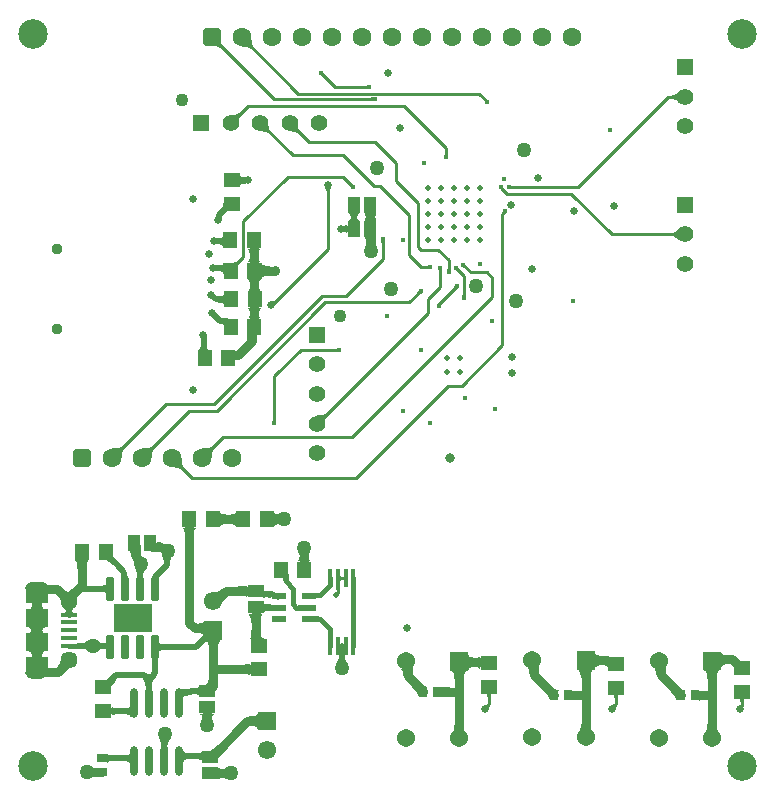
<source format=gbl>
%FSLAX23Y23*%
%MOIN*%
%SFA1B1*%

%IPPOS*%
%AMD63*
4,1,8,0.015700,0.031500,-0.015700,0.031500,-0.031500,0.015700,-0.031500,-0.015700,-0.015700,-0.031500,0.015700,-0.031500,0.031500,-0.015700,0.031500,0.015700,0.015700,0.031500,0.0*
1,1,0.031500,0.015700,0.015700*
1,1,0.031500,-0.015700,0.015700*
1,1,0.031500,-0.015700,-0.015700*
1,1,0.031500,0.015700,-0.015700*
%
%AMD78*
4,1,8,0.011800,-0.035800,0.011800,0.035800,0.008900,0.038800,-0.008900,0.038800,-0.011800,0.035800,-0.011800,-0.035800,-0.008900,-0.038800,0.008900,-0.038800,0.011800,-0.035800,0.0*
1,1,0.005900,0.008900,-0.035800*
1,1,0.005900,0.008900,0.035800*
1,1,0.005900,-0.008900,0.035800*
1,1,0.005900,-0.008900,-0.035800*
%
%AMD82*
4,1,8,-0.007900,0.028700,-0.007900,-0.028700,-0.005900,-0.030700,0.005900,-0.030700,0.007900,-0.028700,0.007900,0.028700,0.005900,0.030700,-0.005900,0.030700,-0.007900,0.028700,0.0*
1,1,0.003940,-0.005900,0.028700*
1,1,0.003940,-0.005900,-0.028700*
1,1,0.003940,0.005900,-0.028700*
1,1,0.003940,0.005900,0.028700*
%
%ADD13C,0.010000*%
%ADD16R,0.047240X0.057090*%
%ADD17R,0.043310X0.053150*%
%ADD19R,0.029530X0.035430*%
%ADD21R,0.053150X0.043310*%
%ADD31R,0.035430X0.029530*%
%ADD32R,0.057090X0.047240*%
%ADD49C,0.060630*%
%ADD50R,0.060630X0.060630*%
%ADD51R,0.055120X0.055120*%
%ADD52C,0.055120*%
%ADD53C,0.043310*%
%ADD55R,0.055120X0.055120*%
%ADD56R,0.061020X0.061020*%
%ADD57C,0.061020*%
%ADD60C,0.030000*%
%ADD61C,0.020000*%
%ADD62C,0.062990*%
G04~CAMADD=63~8~0.0~0.0~629.9~629.9~157.5~0.0~15~0.0~0.0~0.0~0.0~0~0.0~0.0~0.0~0.0~0~0.0~0.0~0.0~0.0~629.9~629.9*
%ADD63D63*%
%ADD64C,0.057090*%
%ADD65C,0.037400*%
%ADD66C,0.098430*%
%ADD67C,0.017720*%
%ADD68C,0.025000*%
%ADD69C,0.019680*%
%ADD70C,0.050000*%
%ADD71C,0.031500*%
%ADD75C,0.019680*%
%ADD76R,0.074800X0.059060*%
%ADD77R,0.053150X0.015750*%
G04~CAMADD=78~8~0.0~0.0~775.6~236.2~29.5~0.0~15~0.0~0.0~0.0~0.0~0~0.0~0.0~0.0~0.0~0~0.0~0.0~0.0~270.0~236.0~776.0*
%ADD78D78*%
%ADD79R,0.130000X0.095000*%
%ADD80O,0.027560X0.098430*%
%ADD81R,0.047240X0.021650*%
G04~CAMADD=82~8~0.0~0.0~614.2~157.5~19.7~0.0~15~0.0~0.0~0.0~0.0~0~0.0~0.0~0.0~0.0~0~0.0~0.0~0.0~90.0~158.0~614.0*
%ADD82D82*%
%ADD83C,0.015000*%
%LNmtb_telemetry_system_pcb-1*%
%LPD*%
G36*
X4523Y4419D02*
X4523Y4418D01*
X4523Y4417*
X4523Y4416*
X4523Y4414*
X4524Y4413*
X4525Y4412*
X4526Y4410*
X4528Y4408*
X4529Y4407*
X4522Y4400*
X4521Y4401*
X4517Y4404*
X4516Y4405*
X4515Y4406*
X4513Y4406*
X4512Y4406*
X4511Y4406*
X4510Y4406*
X4510Y4405*
X4524Y4419*
X4523Y4419*
G37*
G36*
X4624Y4432D02*
X4625Y4423D01*
X4625Y4420*
X4626Y4416*
X4627Y4413*
X4628Y4411*
X4629Y4408*
X4630Y4406*
X4631Y4405*
X4624Y4398*
X4623Y4399*
X4621Y4400*
X4618Y4401*
X4616Y4402*
X4613Y4403*
X4609Y4404*
X4606Y4404*
X4597Y4405*
X4593Y4405*
X4624Y4436*
X4624Y4432*
G37*
G36*
X4864Y4316D02*
X4865Y4316D01*
X4865Y4315*
X4865Y4315*
X4865Y4314*
X4866Y4314*
X4867Y4312*
X4868Y4311*
X4861Y4304*
X4860Y4305*
X4858Y4306*
X4858Y4307*
X4857Y4307*
X4857Y4307*
X4856Y4308*
X4856Y4308*
X4856Y4308*
X4864Y4316*
X4864Y4316*
G37*
G36*
X5008Y4263D02*
X5008Y4264D01*
X5008Y4264*
X5007Y4264*
X5007Y4264*
X5006Y4264*
X5005Y4264*
X5004Y4264*
X5002Y4265*
Y4275*
X5003Y4275*
X5005Y4275*
X5006Y4275*
X5007Y4275*
X5007Y4275*
X5008Y4275*
X5008Y4275*
X5008Y4276*
Y4263*
G37*
G36*
X5029Y4224D02*
X5029Y4225D01*
X5029Y4225*
X5028Y4225*
X5028Y4225*
X5027Y4225*
X5026Y4225*
X5025Y4225*
X5023Y4226*
Y4236*
X5024Y4236*
X5026Y4236*
X5027Y4236*
X5028Y4236*
X5028Y4236*
X5029Y4236*
X5029Y4236*
X5029Y4237*
Y4224*
G37*
G36*
X5405Y4233D02*
X5408Y4231D01*
X5408Y4231*
X5408Y4230*
X5409Y4230*
X5409Y4230*
X5399Y4223*
X5399Y4223*
X5399Y4224*
X5399Y4224*
X5398Y4225*
X5398Y4225*
X5398Y4226*
X5397Y4227*
X5396Y4228*
X5396Y4229*
X5404Y4234*
X5405Y4233*
G37*
G36*
X6050Y4219D02*
X6047Y4221D01*
X6042Y4226*
X6039Y4228*
X6037Y4229*
X6034Y4231*
X6032Y4232*
X6030Y4232*
X6028Y4233*
X6026Y4233*
Y4243*
X6028Y4243*
X6030Y4244*
X6032Y4244*
X6034Y4245*
X6037Y4247*
X6039Y4248*
X6042Y4250*
X6044Y4252*
X6050Y4257*
Y4219*
G37*
G36*
X4589Y4178D02*
X4588Y4176D01*
X4587Y4174*
X4586Y4172*
X4585Y4170*
X4584Y4168*
X4584Y4165*
X4583Y4162*
X4583Y4158*
X4583Y4151*
X4555Y4178*
X4559Y4178*
X4566Y4179*
X4569Y4179*
X4572Y4180*
X4575Y4180*
X4577Y4181*
X4579Y4182*
X4581Y4184*
X4582Y4185*
X4589Y4178*
G37*
G36*
X4780Y4146D02*
X4780Y4139D01*
X4780Y4136*
X4781Y4133*
X4782Y4131*
X4783Y4129*
X4784Y4127*
X4785Y4125*
X4786Y4123*
X4779Y4116*
X4778Y4117*
X4776Y4119*
X4774Y4120*
X4772Y4121*
X4769Y4121*
X4766Y4122*
X4763Y4122*
X4760Y4123*
X4752Y4123*
X4779Y4150*
X4780Y4146*
G37*
G36*
X4681D02*
X4682Y4139D01*
X4682Y4136*
X4683Y4133*
X4683Y4131*
X4684Y4129*
X4685Y4127*
X4687Y4125*
X4688Y4123*
X4681Y4116*
X4679Y4117*
X4677Y4119*
X4675Y4120*
X4673Y4121*
X4671Y4121*
X4668Y4122*
X4665Y4122*
X4661Y4123*
X4654Y4123*
X4681Y4150*
X4681Y4146*
G37*
G36*
X5279Y4047D02*
X5279Y4045D01*
X5279Y4044*
X5279Y4043*
X5279Y4043*
X5279Y4042*
X5279Y4042*
X5280Y4042*
X5267*
X5268Y4042*
X5268Y4042*
X5268Y4043*
X5268Y4043*
X5268Y4044*
X5268Y4045*
X5268Y4046*
X5269Y4048*
X5279*
X5279Y4047*
G37*
G36*
X4586Y3978D02*
X4587Y3976D01*
X4588Y3974*
X4589Y3973*
X4591Y3972*
X4593Y3971*
X4596Y3970*
X4599Y3970*
X4602Y3970*
X4606Y3970*
Y3950*
X4602Y3949*
X4599Y3949*
X4596Y3949*
X4593Y3948*
X4591Y3947*
X4589Y3946*
X4588Y3945*
X4587Y3943*
X4586Y3941*
X4586Y3940*
Y3980*
X4586Y3978*
G37*
G36*
X4959Y3949D02*
X4961Y3948D01*
X4961Y3947*
X4962Y3947*
X4962Y3947*
X4963Y3946*
X4963Y3946*
X4963Y3946*
X4955Y3938*
X4955Y3938*
X4955Y3938*
X4954Y3939*
X4954Y3939*
X4954Y3940*
X4953Y3940*
X4952Y3941*
X4951Y3943*
X4958Y3950*
X4959Y3949*
G37*
G36*
X5489Y3942D02*
X5490Y3942D01*
X5490Y3942*
X5491Y3942*
X5491Y3942*
X5493Y3942*
X5494Y3942*
X5495Y3942*
X5497Y3932*
X5496Y3931*
X5493Y3931*
X5493Y3931*
X5492Y3931*
X5492Y3931*
X5491Y3931*
X5491Y3930*
X5490Y3930*
X5489Y3942*
X5489Y3942*
G37*
G36*
X4888Y3933D02*
X4887Y3932D01*
X4886Y3931*
X4886Y3930*
X4885Y3929*
X4885Y3928*
X4885Y3927*
X4885Y3926*
X4885Y3925*
X4885Y3924*
X4875*
X4874Y3925*
X4874Y3926*
X4874Y3927*
X4874Y3928*
X4874Y3929*
X4873Y3930*
X4873Y3931*
X4872Y3932*
X4871Y3933*
X4871Y3934*
X4888*
X4888Y3933*
G37*
G36*
X5464Y3934D02*
X5464Y3933D01*
X5464Y3933*
X5465Y3933*
X5465Y3932*
X5465Y3931*
X5466Y3931*
X5467Y3930*
X5468Y3929*
X5459Y3923*
X5458Y3924*
X5455Y3926*
X5455Y3927*
X5455Y3927*
X5454Y3927*
X5454Y3927*
X5464Y3934*
X5464Y3934*
G37*
G36*
X4557Y3858D02*
X4556Y3859D01*
X4554Y3859*
X4552*
X4549Y3859*
X4547Y3858*
X4544Y3856*
X4541Y3854*
X4537Y3851*
X4529Y3843*
X4515Y3858*
X4519Y3862*
X4525Y3869*
X4527Y3872*
X4529Y3875*
X4530Y3878*
X4531Y3880*
Y3883*
X4530Y3884*
X4529Y3886*
X4557Y3858*
G37*
G36*
X4984Y3851D02*
X4982Y3850D01*
X4981Y3849*
X4980Y3848*
X4978Y3846*
X4978Y3844*
X4977Y3841*
X4976Y3838*
X4976Y3838*
X4976Y3838*
X4977Y3835*
X4978Y3832*
X4978Y3830*
X4980Y3828*
X4981Y3827*
X4982Y3826*
X4984Y3825*
X4986Y3825*
X4946*
X4948Y3825*
X4950Y3826*
X4951Y3827*
X4952Y3828*
X4953Y3830*
X4954Y3832*
X4955Y3835*
X4956Y3838*
X4956Y3838*
X4956Y3838*
X4955Y3841*
X4954Y3844*
X4953Y3846*
X4952Y3848*
X4951Y3849*
X4950Y3850*
X4948Y3851*
X4946Y3851*
X4986*
X4984Y3851*
G37*
G36*
X5036Y3851D02*
X5043D01*
X5041Y3851*
X5040Y3850*
X5039Y3848*
X5038Y3846*
X5038Y3844*
X5037Y3840*
X5037Y3839*
X5037Y3836*
X5038Y3832*
X5038Y3830*
X5039Y3828*
X5040Y3826*
X5041Y3825*
X5043Y3825*
X5036*
X5036Y3821*
X5006*
X5006Y3825*
X5000*
X5001Y3825*
X5002Y3826*
X5003Y3828*
X5004Y3830*
X5004Y3832*
X5005Y3836*
X5005Y3837*
X5005Y3840*
X5004Y3844*
X5004Y3846*
X5003Y3848*
X5002Y3850*
X5001Y3851*
X5000Y3851*
X5006*
X5006Y3855*
X5036*
X5036Y3851*
G37*
G36*
X4944Y3779D02*
X4944Y3780D01*
X4944Y3782*
X4943Y3784*
X4941Y3785*
X4939Y3786*
X4937Y3787*
X4935Y3788*
X4932Y3788*
X4928Y3788*
X4924Y3789*
Y3809*
X4928Y3809*
X4932Y3809*
X4935Y3809*
X4937Y3810*
X4939Y3811*
X4941Y3812*
X4943Y3813*
X4944Y3815*
X4944Y3817*
X4944Y3819*
Y3779*
G37*
G36*
X6049Y3760D02*
X6046Y3763D01*
X6041Y3768*
X6039Y3769*
X6036Y3771*
X6034Y3772*
X6032Y3773*
X6029Y3774*
X6027Y3774*
X6025Y3775*
Y3785*
X6027Y3785*
X6029Y3785*
X6032Y3786*
X6034Y3787*
X6036Y3788*
X6039Y3790*
X6041Y3792*
X6044Y3794*
X6049Y3799*
Y3760*
G37*
G36*
X5067Y3756D02*
X5067Y3756D01*
X5067Y3755*
X5067Y3755*
X5067Y3754*
X5067Y3753*
X5067Y3752*
X5067Y3750*
X5057*
X5056Y3751*
X5056Y3753*
X5056Y3754*
X5056Y3755*
X5056Y3755*
X5056Y3756*
X5056Y3756*
X5055Y3756*
X5068*
X5067Y3756*
G37*
G36*
X5041Y3772D02*
X5041Y3771D01*
X5040Y3769*
X5039Y3767*
X5038Y3765*
X5038Y3761*
X5037Y3757*
X5037Y3753*
X5037Y3747*
X5038Y3746*
X5038Y3744*
X5039Y3743*
X5039Y3742*
X5039Y3742*
X5004Y3741*
X5005Y3741*
X5005Y3742*
X5006Y3743*
X5006Y3745*
X5006Y3746*
X5007Y3750*
X5006Y3761*
X5005Y3765*
X5004Y3767*
X5003Y3769*
X5002Y3771*
X5001Y3772*
X5000Y3772*
X5043*
X5041Y3772*
G37*
G36*
X4531Y3736D02*
X4530Y3738D01*
X4530Y3740*
X4529Y3742*
X4527Y3743*
X4526Y3744*
X4523Y3745*
X4521Y3746*
X4518Y3746*
X4514Y3746*
X4511Y3746*
Y3766*
X4514Y3767*
X4518Y3767*
X4521Y3767*
X4523Y3768*
X4526Y3769*
X4527Y3770*
X4529Y3771*
X4530Y3773*
X4530Y3775*
X4531Y3776*
Y3736*
G37*
G36*
X4655Y3731D02*
X4653Y3730D01*
X4652Y3728*
X4651Y3726*
X4650Y3724*
X4650Y3720*
X4649Y3716*
X4649Y3712*
X4649Y3709*
X4649Y3702*
X4650Y3698*
X4651Y3694*
X4652Y3692*
X4653Y3690*
X4654Y3688*
X4656Y3687*
X4657Y3687*
X4610*
X4612Y3687*
X4613Y3688*
X4614Y3690*
X4615Y3692*
X4616Y3694*
X4617Y3698*
X4618Y3702*
X4618Y3706*
X4618Y3709*
X4618Y3716*
X4617Y3720*
X4616Y3724*
X4615Y3726*
X4614Y3728*
X4613Y3730*
X4611Y3731*
X4609Y3731*
X4656*
X4655Y3731*
G37*
G36*
X4586Y3687D02*
X4584Y3685D01*
X4581Y3681*
X4579Y3680*
X4579Y3678*
X4578Y3677*
X4578Y3676*
X4578Y3674*
X4578Y3674*
X4579Y3673*
X4564Y3687*
X4565Y3686*
X4566Y3686*
X4567Y3686*
X4568Y3686*
X4570Y3687*
X4571Y3688*
X4573Y3689*
X4575Y3690*
X4579Y3694*
X4586Y3687*
G37*
G36*
X5338Y3679D02*
X5338Y3678D01*
X5338Y3678*
X5339Y3677*
X5339Y3677*
X5339Y3676*
X5340Y3675*
X5342Y3674*
X5335Y3667*
X5334Y3667*
X5332Y3669*
X5331Y3669*
X5331Y3670*
X5330Y3670*
X5330Y3670*
X5330Y3670*
X5329Y3670*
X5338Y3679*
X5338Y3679*
G37*
G36*
X5214Y3663D02*
X5214Y3664D01*
X5214Y3664*
X5213Y3664*
X5213Y3664*
X5212Y3664*
X5211Y3664*
X5210Y3664*
X5208Y3665*
Y3675*
X5209Y3675*
X5211Y3675*
X5212Y3675*
X5213Y3675*
X5213Y3675*
X5214Y3675*
X5214Y3675*
X5214Y3676*
Y3663*
G37*
G36*
X5288Y3664D02*
X5288Y3663D01*
X5288Y3660*
X5288Y3660*
X5288Y3659*
X5288Y3659*
X5288Y3658*
X5288Y3658*
X5276Y3659*
X5276Y3660*
X5277Y3660*
X5277Y3661*
X5277Y3661*
X5277Y3662*
X5277Y3662*
X5277Y3663*
X5277Y3665*
X5278Y3666*
X5288Y3664*
G37*
G36*
X5259Y3661D02*
X5259Y3661D01*
X5259Y3660*
X5259Y3660*
X5259Y3659*
X5259Y3658*
X5259Y3657*
X5259Y3655*
X5249*
X5248Y3656*
X5248Y3658*
X5248Y3659*
X5248Y3660*
X5248Y3660*
X5248Y3661*
X5248Y3661*
X5247Y3661*
X5260*
X5259Y3661*
G37*
G36*
X5315Y3666D02*
X5316Y3666D01*
X5316Y3665*
X5316Y3665*
X5316Y3664*
X5317Y3664*
X5318Y3662*
X5319Y3661*
X5312Y3654*
X5311Y3655*
X5309Y3656*
X5309Y3657*
X5308Y3657*
X5308Y3657*
X5307Y3658*
X5307Y3658*
X5307Y3658*
X5315Y3666*
X5315Y3666*
G37*
G36*
X4532Y3647D02*
X4531Y3649D01*
X4531Y3650*
X4530Y3652*
X4528Y3653*
X4527Y3654*
X4524Y3655*
X4522Y3656*
X4519Y3656*
X4515Y3657*
X4512Y3657*
Y3677*
X4515Y3677*
X4519Y3677*
X4522Y3678*
X4524Y3678*
X4527Y3679*
X4528Y3680*
X4530Y3682*
X4531Y3683*
X4531Y3685*
X4532Y3687*
Y3647*
G37*
G36*
X5311Y3599D02*
X5311Y3599D01*
X5310Y3599*
X5310Y3599*
X5309Y3598*
X5309Y3598*
X5308Y3598*
X5307Y3597*
X5306Y3596*
X5306Y3595*
X5299Y3603*
X5299Y3603*
X5301Y3605*
X5301Y3606*
X5302Y3606*
X5302Y3607*
X5302Y3607*
X5302Y3608*
X5302Y3608*
X5311Y3599*
G37*
G36*
X4658Y3684D02*
X4659Y3682D01*
X4660Y3680*
X4662Y3678*
X4665Y3677*
X4668Y3676*
X4672Y3675*
X4677Y3674*
X4682Y3674*
X4687Y3674*
Y3644*
X4682Y3643*
X4677Y3643*
X4672Y3642*
X4668Y3641*
X4665Y3640*
X4662Y3639*
X4660Y3637*
X4659Y3635*
X4658Y3633*
X4657Y3630*
X4656Y3630*
X4654Y3629*
X4653Y3627*
X4652Y3625*
X4651Y3623*
X4651Y3619*
X4650Y3615*
X4650Y3611*
X4650Y3606*
X4651Y3602*
X4652Y3598*
X4653Y3596*
X4654Y3594*
X4655Y3592*
X4657Y3591*
X4658Y3591*
X4611*
X4613Y3591*
X4614Y3592*
X4615Y3594*
X4616Y3596*
X4617Y3598*
X4618Y3602*
X4619Y3606*
X4619Y3610*
X4619Y3615*
X4618Y3619*
X4617Y3623*
X4616Y3625*
X4615Y3627*
X4614Y3629*
X4612Y3630*
X4610Y3630*
X4657*
Y3687*
X4658Y3684*
G37*
G36*
X5188Y3583D02*
X5188Y3583D01*
X5188Y3583*
X5187Y3582*
X5187Y3582*
X5186Y3582*
X5186Y3581*
X5184Y3580*
X5183Y3579*
X5176Y3586*
X5177Y3587*
X5178Y3589*
X5179Y3589*
X5179Y3590*
X5179Y3590*
X5180Y3591*
X5180Y3591*
X5180Y3591*
X5188Y3583*
G37*
G36*
X5337Y3578D02*
X5337Y3576D01*
X5337Y3575*
X5337Y3574*
X5337Y3574*
X5337Y3573*
X5337Y3573*
X5338Y3573*
X5325*
X5326Y3573*
X5326Y3573*
X5326Y3574*
X5326Y3574*
X5326Y3575*
X5326Y3576*
X5326Y3577*
X5327Y3579*
X5337*
X5337Y3578*
G37*
G36*
X4707Y3552D02*
X4706Y3551D01*
X4705Y3549*
X4704Y3548*
X4704Y3547*
X4703Y3546*
X4703Y3546*
X4702Y3545*
X4702Y3544*
X4702Y3543*
X4692Y3557*
X4693Y3557*
X4694Y3557*
X4695Y3557*
X4696Y3557*
X4697Y3557*
X4698Y3558*
X4699Y3558*
X4700Y3559*
X4700Y3560*
X4701Y3560*
X4707Y3552*
G37*
G36*
X5259Y3549D02*
X5258Y3548D01*
X5257Y3547*
X5257Y3546*
X5257Y3546*
X5256Y3545*
X5256Y3545*
X5256Y3544*
X5256Y3544*
X5256Y3544*
X5245Y3547*
X5251Y3555*
X5259Y3549*
G37*
G36*
X4533Y3543D02*
X4532Y3544D01*
X4532Y3546*
X4531Y3548*
X4529Y3549*
X4528Y3550*
X4525Y3551*
X4523Y3552*
X4520Y3552*
X4516Y3552*
X4513Y3553*
Y3573*
X4516Y3573*
X4520Y3573*
X4523Y3573*
X4525Y3574*
X4528Y3575*
X4529Y3576*
X4531Y3577*
X4532Y3579*
X4532Y3581*
X4533Y3583*
Y3543*
G37*
G36*
X4657Y3534D02*
X4655Y3533D01*
X4654Y3531*
X4653Y3529*
X4652Y3527*
X4651Y3523*
X4650Y3519*
X4650Y3517*
X4650Y3515*
X4651Y3511*
X4651Y3507*
X4652Y3505*
X4653Y3503*
X4654Y3501*
X4656Y3500*
X4657Y3500*
X4610*
X4612Y3500*
X4614Y3501*
X4615Y3503*
X4616Y3505*
X4617Y3507*
X4618Y3511*
X4619Y3515*
X4619Y3517*
X4619Y3519*
X4618Y3523*
X4617Y3527*
X4616Y3529*
X4615Y3531*
X4614Y3533*
X4613Y3534*
X4611Y3534*
X4658*
X4657Y3534*
G37*
G36*
X4532Y3500D02*
Y3478D01*
X4532Y3479*
X4531Y3479*
X4531Y3479*
X4530Y3479*
X4529Y3480*
X4527Y3480*
X4524Y3480*
X4520Y3480*
Y3500*
X4532Y3500*
G37*
G36*
X4643Y3443D02*
X4642Y3442D01*
X4642Y3442*
X4641Y3440*
X4641Y3439*
X4641Y3437*
X4640Y3432*
X4640Y3425*
X4610*
X4610Y3443*
X4643Y3443*
X4643Y3443*
G37*
G36*
X4475Y3410D02*
X4476Y3407D01*
X4476Y3404*
X4477Y3401*
X4478Y3399*
X4479Y3397*
X4480Y3396*
X4482Y3395*
X4483Y3394*
X4485Y3394*
X4445*
X4447Y3394*
X4449Y3395*
X4450Y3396*
X4452Y3397*
X4453Y3399*
X4454Y3401*
X4454Y3404*
X4455Y3407*
X4455Y3410*
X4455Y3414*
X4475*
X4475Y3410*
G37*
G36*
X4910Y3387D02*
X4910Y3388D01*
X4910Y3388*
X4909Y3388*
X4909Y3388*
X4908Y3388*
X4907Y3388*
X4906Y3388*
X4904Y3389*
Y3399*
X4905Y3399*
X4907Y3399*
X4908Y3399*
X4909Y3399*
X4909Y3399*
X4910Y3399*
X4910Y3399*
X4910Y3400*
Y3387*
G37*
G36*
X4706Y3162D02*
X4706Y3160D01*
X4706Y3159*
X4706Y3158*
X4706Y3158*
X4706Y3157*
X4706Y3157*
X4707Y3157*
X4694*
X4695Y3157*
X4695Y3157*
X4695Y3158*
X4695Y3158*
X4695Y3159*
X4695Y3160*
X4695Y3161*
X4696Y3163*
X4706*
X4706Y3162*
G37*
G36*
X4877Y3176D02*
X4876Y3174D01*
X4874Y3173*
X4873Y3171*
X4872Y3168*
X4872Y3166*
X4871Y3163*
X4871Y3160*
X4870Y3156*
X4870Y3149*
X4843Y3176*
X4847Y3176*
X4854Y3177*
X4857Y3177*
X4860Y3178*
X4862Y3179*
X4864Y3179*
X4866Y3181*
X4868Y3182*
X4870Y3183*
X4877Y3176*
G37*
G36*
X4499Y3066D02*
X4498Y3065D01*
X4497Y3063*
X4496Y3060*
X4495Y3058*
X4494Y3055*
X4493Y3051*
X4493Y3048*
X4492Y3039*
X4492Y3035*
X4461Y3066*
X4465Y3066*
X4474Y3067*
X4477Y3067*
X4481Y3068*
X4484Y3069*
X4486Y3070*
X4489Y3071*
X4491Y3072*
X4492Y3073*
X4499Y3066*
G37*
G36*
X4299D02*
X4298Y3065D01*
X4297Y3063*
X4296Y3060*
X4295Y3058*
X4294Y3055*
X4293Y3051*
X4293Y3048*
X4292Y3039*
X4292Y3035*
X4261Y3066*
X4265Y3066*
X4274Y3067*
X4277Y3067*
X4281Y3068*
X4284Y3069*
X4286Y3070*
X4289Y3071*
X4291Y3072*
X4292Y3073*
X4299Y3066*
G37*
G36*
X4199D02*
X4198Y3065D01*
X4197Y3063*
X4196Y3060*
X4195Y3058*
X4194Y3055*
X4193Y3051*
X4193Y3048*
X4192Y3039*
X4192Y3035*
X4161Y3066*
X4165Y3066*
X4174Y3067*
X4177Y3067*
X4181Y3068*
X4184Y3069*
X4186Y3070*
X4189Y3071*
X4191Y3072*
X4192Y3073*
X4199Y3066*
G37*
G36*
X4392Y3030D02*
X4393Y3021D01*
X4393Y3018*
X4394Y3014*
X4395Y3011*
X4396Y3009*
X4397Y3006*
X4398Y3004*
X4399Y3003*
X4392Y2996*
X4391Y2997*
X4389Y2998*
X4386Y2999*
X4384Y3000*
X4381Y3001*
X4377Y3002*
X4374Y3002*
X4365Y3003*
X4361Y3003*
X4392Y3034*
X4392Y3030*
G37*
G36*
X4574Y2803D02*
X4574Y2805D01*
X4573Y2807*
X4571Y2809*
X4569Y2811*
X4567Y2812*
X4564Y2813*
X4561Y2814*
X4556Y2815*
X4552Y2815*
X4547Y2815*
X4542Y2815*
X4537Y2815*
X4533Y2814*
X4529Y2813*
X4526Y2812*
X4524Y2811*
X4522Y2809*
X4521Y2807*
X4520Y2805*
X4519Y2803*
Y2857*
X4520Y2855*
X4521Y2853*
X4522Y2851*
X4524Y2850*
X4526Y2848*
X4529Y2847*
X4533Y2846*
X4537Y2846*
X4542Y2845*
X4547Y2845*
X4552Y2845*
X4556Y2846*
X4561Y2846*
X4564Y2847*
X4567Y2848*
X4569Y2850*
X4571Y2851*
X4573Y2853*
X4574Y2855*
X4574Y2857*
Y2803*
G37*
G36*
X4700Y2856D02*
X4701Y2854D01*
X4702Y2852*
X4704Y2850*
X4707Y2848*
X4710Y2847*
X4712Y2847*
X4712Y2847*
X4713Y2848*
X4713Y2848*
X4713Y2847*
X4714Y2846*
X4719Y2846*
X4724Y2845*
X4730Y2845*
Y2815*
X4724Y2815*
X4719Y2815*
X4716Y2814*
X4716Y2813*
X4716Y2814*
X4715Y2814*
X4715Y2814*
X4714Y2814*
X4710Y2813*
X4707Y2812*
X4704Y2810*
X4702Y2809*
X4701Y2807*
X4700Y2804*
X4700Y2802*
Y2815*
X4699Y2815*
X4696Y2845*
X4699Y2845*
X4700Y2845*
Y2859*
X4700Y2856*
G37*
G36*
X4439Y2801D02*
X4438Y2801D01*
X4437Y2799*
X4435Y2797*
X4434Y2794*
X4434Y2791*
X4433Y2787*
X4433Y2783*
X4432Y2772*
X4402*
X4402Y2777*
X4402Y2787*
X4401Y2791*
X4400Y2794*
X4399Y2797*
X4398Y2799*
X4397Y2801*
X4395Y2801*
X4394Y2802*
X4441*
X4439Y2801*
G37*
G36*
X4308Y2754D02*
X4309Y2754D01*
X4310Y2754*
X4311Y2754*
X4318Y2754*
X4324Y2754*
Y2724*
X4308Y2724*
X4308Y2754*
X4308Y2754*
G37*
G36*
X4253Y2724D02*
X4253Y2723D01*
X4253Y2723*
X4253Y2703*
X4223*
X4223Y2707*
X4223Y2714*
X4222Y2716*
X4222Y2719*
X4221Y2720*
X4221Y2722*
X4220Y2723*
X4219Y2724*
X4218Y2724*
X4253Y2724*
G37*
G36*
X4815Y2716D02*
X4817Y2716D01*
X4817Y2716*
X4817Y2715*
X4816Y2714*
X4816Y2712*
X4816Y2711*
X4816Y2709*
X4816Y2705*
X4817Y2701*
X4817Y2697*
X4818Y2695*
X4820Y2693*
X4821Y2691*
X4823Y2690*
X4824Y2690*
X4777*
X4779Y2690*
X4780Y2691*
X4781Y2693*
X4782Y2695*
X4783Y2697*
X4784Y2701*
X4784Y2705*
X4785Y2707*
X4785Y2710*
X4784Y2711*
X4784Y2713*
X4783Y2714*
X4783Y2715*
X4783Y2715*
X4785Y2715*
X4785Y2720*
X4815*
X4815Y2716*
G37*
G36*
X4360Y2702D02*
X4359Y2701D01*
X4357Y2700*
X4356Y2698*
X4355Y2696*
X4354Y2695*
X4353Y2693*
X4353Y2691*
X4352Y2688*
X4352Y2686*
X4352Y2683*
X4332Y2686*
X4332Y2689*
X4332Y2691*
X4332Y2694*
X4331Y2696*
X4331Y2698*
X4330Y2700*
X4329Y2702*
X4328Y2704*
X4327Y2706*
X4326Y2707*
X4360Y2702*
G37*
G36*
X4160Y2720D02*
X4160Y2718D01*
X4160Y2716*
X4160Y2713*
X4161Y2711*
X4163Y2708*
X4165Y2705*
X4168Y2701*
X4176Y2693*
X4161Y2679*
X4157Y2683*
X4150Y2689*
X4147Y2691*
X4144Y2693*
X4141Y2694*
X4139Y2695*
X4136Y2695*
X4135Y2694*
X4133Y2693*
X4161Y2721*
X4160Y2720*
G37*
G36*
X4081Y2693D02*
X4080Y2692D01*
X4078Y2690*
X4077Y2688*
X4076Y2686*
X4075Y2682*
X4075Y2678*
X4074Y2674*
X4074Y2663*
X4044*
X4044Y2669*
X4043Y2678*
X4043Y2682*
X4042Y2686*
X4041Y2688*
X4040Y2690*
X4039Y2692*
X4037Y2693*
X4036Y2693*
X4083*
X4081Y2693*
G37*
G36*
X4931Y2639D02*
X4931D01*
Y2629*
X4931Y2629*
Y2624*
X4931Y2624*
X4930Y2625*
X4930Y2626*
X4929Y2627*
X4928Y2627*
X4927Y2628*
X4926Y2628*
X4926*
X4926*
X4924Y2628*
X4923Y2627*
X4922Y2627*
X4922Y2626*
X4921Y2625*
X4921Y2624*
X4921Y2624*
Y2629*
X4921Y2629*
Y2639*
X4921*
Y2644*
X4921Y2643*
X4921Y2642*
X4922Y2641*
X4922Y2640*
X4923Y2640*
X4924Y2639*
X4926Y2639*
X4926Y2639*
X4926Y2639*
X4927Y2639*
X4928Y2640*
X4929Y2640*
X4930Y2641*
X4930Y2642*
X4931Y2643*
X4931Y2644*
Y2639*
G37*
G36*
X4271Y2663D02*
X4270Y2662D01*
X4268Y2660*
X4267Y2658*
X4266Y2656*
X4265Y2655*
X4265Y2652*
X4264Y2650*
X4264Y2648*
X4264Y2647*
X4264Y2636*
X4241*
X4241Y2637*
X4242Y2638*
X4242Y2639*
X4243Y2641*
X4243Y2646*
X4243Y2648*
X4243Y2649*
X4243Y2651*
X4242Y2653*
X4242Y2655*
X4241Y2657*
X4240Y2659*
X4239Y2661*
X4238Y2663*
X4236Y2664*
X4271Y2663*
G37*
G36*
X4211Y2650D02*
X4211Y2643D01*
X4211Y2642*
X4212Y2640*
X4212Y2639*
X4212Y2638*
X4213Y2637*
X4213Y2637*
X4191Y2636*
X4191Y2636*
X4191Y2636*
X4191Y2637*
X4191Y2652*
X4211*
X4211Y2650*
G37*
G36*
X4746Y2633D02*
X4746Y2623D01*
X4731*
X4731Y2625*
X4731Y2628*
X4730Y2629*
X4730Y2631*
X4730Y2632*
X4729Y2632*
X4729Y2633*
X4728Y2633*
X4728Y2633*
X4746Y2633*
G37*
G36*
X3928Y2609D02*
X3928Y2609D01*
X3928Y2608*
X3928Y2607*
Y2607*
X3928Y2606*
X3928Y2605*
X3928Y2604*
X3927Y2603*
X3927Y2603*
Y2610*
X3928Y2609*
G37*
G36*
X4920Y2603D02*
X4919Y2603D01*
X4919Y2602*
X4919Y2601*
X4918Y2600*
X4918Y2599*
X4918Y2598*
X4918Y2595*
X4918Y2593*
X4908*
X4908Y2595*
X4907Y2599*
X4907Y2600*
X4907Y2601*
X4907Y2602*
X4906Y2603*
X4906Y2603*
X4906Y2603*
X4920*
X4920Y2603*
G37*
G36*
X4895Y2603D02*
X4893Y2603D01*
X4892Y2602*
X4889Y2600*
X4887Y2599*
X4884Y2597*
X4881Y2594*
X4879Y2592*
X4869Y2603*
X4872Y2606*
X4876Y2611*
X4878Y2613*
X4879Y2616*
X4880Y2618*
X4880Y2620*
X4880Y2621*
X4880Y2623*
X4879Y2624*
X4895Y2603*
G37*
G36*
X4541Y2572D02*
X4539Y2570D01*
X4533Y2563*
X4532Y2561*
X4529Y2558*
X4528Y2556*
X4528Y2554*
X4527Y2553*
X4504Y2588*
X4506Y2588*
X4507Y2588*
X4509Y2589*
X4511Y2589*
X4513Y2590*
X4516Y2591*
X4518Y2593*
X4520Y2594*
X4522Y2596*
X4525Y2599*
X4541Y2572*
G37*
G36*
X4053Y2583D02*
X4051Y2580D01*
X4048Y2576*
X4046Y2574*
X4045Y2572*
X4044Y2570*
X4044Y2569*
X4043Y2567*
X4043Y2566*
X4043Y2564*
X4013Y2585*
X3987Y2560*
X3987Y2561*
X3986Y2563*
X3986Y2564*
X3985Y2566*
X3984Y2568*
X3983Y2570*
X3981Y2572*
X3978Y2576*
X3976Y2578*
X3998Y2599*
X4000Y2596*
X4004Y2593*
X4006Y2591*
X4008Y2590*
X4010Y2589*
X4011Y2588*
X4013Y2588*
X4013Y2588*
X4014Y2588*
X4016Y2589*
X4017Y2590*
X4021Y2593*
X4025Y2597*
X4027Y2599*
X4053Y2583*
G37*
G36*
X4141Y2579D02*
X4141Y2581D01*
X4140Y2583*
X4139Y2584*
X4138Y2585*
X4136Y2586*
X4134Y2587*
X4131Y2588*
X4128Y2589*
X4125Y2589*
X4121Y2589*
Y2609*
X4125Y2609*
X4128Y2609*
X4131Y2610*
X4134Y2611*
X4136Y2611*
X4138Y2613*
X4139Y2614*
X4140Y2615*
X4141Y2617*
X4141Y2619*
Y2579*
G37*
G36*
X4653Y2591D02*
X4653Y2591D01*
X4653Y2590*
X4653Y2590*
X4653Y2589*
X4654Y2589*
X4655Y2588*
X4655Y2588*
X4656Y2587*
X4641Y2573*
X4641Y2573*
X4639Y2575*
X4639Y2575*
X4639Y2575*
X4638Y2575*
X4638Y2576*
X4637Y2576*
X4637Y2576*
X4653Y2591*
X4653Y2591*
G37*
G36*
X4611Y2569D02*
X4611Y2570D01*
X4610Y2572*
X4609Y2572*
X4606Y2573*
X4604Y2574*
X4600Y2575*
X4597Y2575*
X4587Y2576*
X4581Y2576*
Y2606*
X4587Y2606*
X4600Y2607*
X4604Y2607*
X4606Y2608*
X4609Y2609*
X4610Y2610*
X4611Y2611*
X4611Y2612*
Y2569*
G37*
G36*
X4852Y2568D02*
X4850Y2568D01*
X4846Y2568*
X4845Y2568*
X4843Y2567*
X4842Y2567*
X4841Y2566*
X4841Y2565*
X4840Y2565*
X4840Y2564*
X4840Y2583*
X4841Y2583*
X4841Y2583*
X4852Y2583*
Y2568*
G37*
G36*
X4664Y2598D02*
X4665Y2596D01*
X4666Y2595*
X4667Y2594*
X4669Y2592*
X4671Y2592*
X4674Y2591*
X4677Y2590*
X4680Y2590*
X4684Y2590*
Y2589*
X4686Y2588*
X4688Y2588*
X4689Y2587*
X4690Y2586*
X4691Y2584*
X4691Y2583*
Y2562*
X4691Y2563*
X4690Y2565*
X4689Y2566*
X4688Y2567*
X4686Y2568*
X4684Y2569*
X4681Y2569*
X4678Y2570*
X4677Y2570*
X4664Y2569*
X4664Y2600*
X4664Y2598*
G37*
G36*
X3927Y2622D02*
Y2602D01*
X3927Y2603*
Y2602*
X3946*
Y2551*
X3924*
X3925Y2548*
X3925Y2544*
X3926Y2540*
X3928Y2536*
X3929Y2534*
X3931Y2532*
X3934Y2530*
X3936Y2529*
X3939Y2529*
X3879*
X3882Y2529*
X3884Y2530*
X3887Y2532*
X3889Y2534*
X3890Y2536*
X3892Y2540*
X3893Y2544*
X3893Y2548*
X3894Y2551*
X3872*
Y2602*
X3891*
Y2606*
X3885Y2604*
X3887Y2607*
X3890Y2610*
X3891Y2611*
Y2622*
X3927*
G37*
G36*
X4793Y2524D02*
X4793Y2525D01*
X4793Y2526*
X4792Y2526*
X4791Y2526*
X4790Y2527*
X4788Y2527*
X4786Y2527*
X4781Y2528*
X4778Y2528*
Y2543*
X4781Y2543*
X4788Y2543*
X4790Y2543*
X4791Y2544*
X4792Y2544*
X4793Y2545*
X4793Y2545*
X4793Y2546*
Y2524*
G37*
G36*
X4664Y2553D02*
X4665Y2552D01*
X4666Y2550*
X4667Y2549*
X4669Y2548*
X4671Y2547*
X4674Y2546*
X4677Y2546*
X4679Y2546*
X4691Y2546*
Y2524*
X4691Y2525*
X4690Y2525*
X4689Y2525*
X4688Y2525*
X4680Y2525*
X4677Y2525*
X4674Y2524*
X4671Y2524*
X4669Y2523*
X4667Y2522*
X4666Y2520*
X4665Y2519*
X4664Y2517*
X4664Y2515*
Y2555*
X4664Y2553*
G37*
G36*
X4025Y2547D02*
X4025Y2546D01*
X4024Y2544*
X4024Y2541*
X4024Y2538*
X4035*
X4033Y2536*
X4031Y2533*
X4029Y2531*
X4027Y2528*
X4026Y2526*
X4025Y2524*
X4025Y2523*
X4025Y2523*
X4025Y2521*
X4026Y2520*
X4028Y2520*
X4029Y2519*
X4030Y2519*
X4023*
X4023Y2519*
X4023Y2516*
X4023Y2514*
X4008*
X4008Y2516*
X4007Y2519*
X4007Y2519*
X4000*
X4002Y2519*
X4003Y2520*
X4004Y2520*
X4005Y2521*
X4006Y2523*
X4006Y2523*
X4006Y2524*
X4005Y2526*
X4003Y2528*
X4002Y2531*
X4000Y2533*
X3998Y2536*
X3995Y2538*
X4007*
X4006Y2544*
X4006Y2546*
X4005Y2547*
X4005Y2548*
X4026*
X4025Y2547*
G37*
G36*
X4841Y2508D02*
X4841Y2507D01*
X4842Y2507*
X4843Y2506*
X4844Y2506*
X4845Y2506*
X4847Y2506*
X4852Y2505*
X4854Y2505*
Y2490*
X4852Y2490*
X4845Y2490*
X4844Y2489*
X4843Y2489*
X4842Y2489*
X4841Y2488*
X4841Y2488*
X4840Y2487*
Y2508*
X4841Y2508*
G37*
G36*
X4662Y2514D02*
X4660Y2513D01*
X4658Y2511*
X4657Y2509*
X4656Y2507*
X4655Y2503*
X4654Y2499*
X4653Y2495*
X4653Y2490*
X4653Y2484*
X4623*
X4623Y2490*
X4622Y2499*
X4621Y2503*
X4620Y2507*
X4619Y2509*
X4617Y2511*
X4615Y2513*
X4613Y2514*
X4611Y2514*
X4664*
X4662Y2514*
G37*
G36*
X3924Y2474D02*
X3924Y2470D01*
X3939*
X3936Y2470*
X3934Y2469*
X3931Y2468*
X3929Y2465*
X3928Y2463*
X3927Y2460*
X3928Y2458*
X3929Y2455*
X3931Y2453*
X3934Y2451*
X3936Y2450*
X3939Y2450*
X3924*
X3924Y2446*
X3924Y2440*
X3894*
X3894Y2446*
X3893Y2450*
X3879*
X3882Y2450*
X3884Y2451*
X3887Y2453*
X3889Y2455*
X3890Y2458*
X3891Y2460*
X3890Y2463*
X3889Y2465*
X3887Y2468*
X3884Y2469*
X3882Y2470*
X3879Y2470*
X3893*
X3894Y2474*
X3894Y2480*
X3924*
X3924Y2474*
G37*
G36*
X4653Y2457D02*
X4653Y2452D01*
X4654Y2447*
X4655Y2443*
X4657Y2440*
X4658Y2437*
X4660Y2435*
X4662Y2434*
X4665Y2433*
X4668Y2432*
X4621*
X4621Y2433*
X4622Y2434*
X4622Y2435*
X4622Y2437*
X4623Y2447*
X4623Y2462*
X4653*
X4653Y2457*
G37*
G36*
X4078Y2414D02*
X4078Y2414D01*
Y2414*
X4078Y2414*
X4079Y2414*
X4081Y2414*
X4090Y2414*
Y2414*
X4094Y2414*
Y2404*
X4090Y2404*
Y2404*
X4090Y2404*
X4089Y2404*
X4088Y2404*
X4078Y2404*
Y2404*
X4078*
Y2391*
X4076Y2393*
X4074Y2395*
X4072Y2397*
X4070Y2398*
X4068Y2399*
X4065Y2400*
X4063Y2401*
X4061Y2401*
X4059Y2401*
X4057Y2401*
X4042Y2401*
Y2417*
X4042Y2417*
X4042Y2417*
X4044Y2417*
X4057Y2416*
X4059Y2417*
X4061Y2417*
X4063Y2417*
X4065Y2418*
X4068Y2419*
X4070Y2420*
X4072Y2421*
X4074Y2423*
X4076Y2425*
X4078Y2426*
Y2414*
G37*
G36*
X4467Y2458D02*
X4474Y2451D01*
X4482Y2460*
X4497Y2445*
X4497Y2445*
X4496Y2444*
X4494Y2442*
X4488Y2437*
X4495Y2430*
X4527*
X4525Y2429*
X4522Y2429*
X4520Y2427*
X4518Y2425*
X4516Y2422*
X4515Y2419*
X4514Y2415*
X4513Y2411*
X4513Y2405*
X4512Y2400*
X4482*
X4482Y2405*
X4482Y2411*
X4481Y2415*
X4480Y2419*
X4479Y2422*
X4477Y2425*
X4475Y2423*
X4467Y2416*
X4453Y2430*
X4457Y2434*
X4463Y2441*
X4465Y2444*
X4464Y2445*
X4462Y2447*
X4460Y2448*
X4456Y2450*
X4452Y2451*
X4448Y2451*
X4443Y2452*
X4437Y2452*
Y2482*
X4443Y2482*
X4452Y2483*
X4456Y2483*
X4460Y2484*
X4462Y2485*
X4464Y2486*
X4466Y2487*
X4467Y2489*
X4467Y2491*
X4467Y2458*
G37*
G36*
X4115Y2425D02*
X4117Y2423D01*
X4119Y2421*
X4121Y2420*
X4124Y2419*
X4126Y2418*
X4128Y2417*
X4130Y2417*
X4131Y2417*
X4131Y2417*
X4133Y2417*
X4135Y2418*
X4137Y2418*
X4138Y2419*
X4140Y2420*
X4140Y2421*
X4141Y2423*
X4141Y2424*
Y2394*
X4141Y2395*
X4140Y2397*
X4140Y2398*
X4138Y2399*
X4137Y2400*
X4135Y2400*
X4133Y2401*
X4131Y2401*
X4131Y2401*
X4130Y2401*
X4128Y2401*
X4126Y2400*
X4124Y2399*
X4121Y2398*
X4119Y2397*
X4117Y2395*
X4115Y2393*
X4113Y2391*
Y2426*
X4115Y2425*
G37*
G36*
X4314Y2422D02*
X4315Y2420D01*
X4316Y2419*
X4317Y2418*
X4319Y2417*
X4321Y2416*
X4324Y2415*
X4327Y2414*
X4330Y2414*
X4334Y2414*
Y2394*
X4330Y2394*
X4327Y2394*
X4324Y2393*
X4321Y2392*
X4319Y2392*
X4317Y2390*
X4316Y2389*
X4315Y2388*
X4314Y2386*
X4314Y2384*
Y2424*
X4314Y2422*
G37*
G36*
X4936Y2372D02*
X4936Y2370D01*
X4936Y2367*
X4936Y2365*
X4937Y2363*
X4938Y2361*
X4938Y2359*
X4939Y2357*
X4940Y2355*
X4942Y2354*
X4943Y2352*
X4908Y2352*
X4910Y2354*
X4911Y2356*
X4912Y2357*
X4913Y2359*
X4914Y2361*
X4914Y2363*
X4915Y2365*
X4915Y2368*
X4916Y2370*
X4916Y2372*
X4936Y2372*
G37*
G36*
X4314Y2367D02*
X4313Y2366D01*
X4313Y2364*
X4313Y2363*
X4313Y2356*
X4313Y2346*
X4293*
X4292Y2349*
X4292Y2366*
X4291Y2367*
X4291Y2367*
X4314*
X4314Y2367*
G37*
G36*
X6189Y2386D02*
X6190Y2384D01*
X6192Y2383*
X6194Y2381*
X6197Y2380*
X6200Y2379*
X6204Y2378*
X6208Y2378*
X6213Y2378*
X6219Y2378*
Y2348*
X6213Y2347*
X6208Y2347*
X6204Y2346*
X6200Y2345*
X6197Y2344*
X6194Y2342*
X6192Y2340*
X6190Y2338*
X6189Y2335*
X6189Y2333*
X6189Y2388*
X6189Y2386*
G37*
G36*
X5768Y2387D02*
X5769Y2384D01*
X5770Y2382*
X5773Y2380*
X5775Y2378*
X5779Y2377*
X5783Y2376*
X5787Y2375*
X5792Y2375*
X5798Y2375*
Y2345*
X5792Y2345*
X5787Y2344*
X5783Y2343*
X5779Y2342*
X5775Y2341*
X5773Y2339*
X5770Y2337*
X5769Y2335*
X5768Y2333*
X5768Y2330*
Y2390*
X5768Y2387*
G37*
G36*
X5347Y2380D02*
X5348Y2378D01*
X5349Y2376*
X5351Y2374*
X5354Y2372*
X5357Y2371*
X5361Y2370*
X5366Y2369*
X5368Y2369*
X5376Y2369*
X5380Y2370*
X5382Y2371*
X5384Y2371*
X5386Y2372*
X5387Y2373*
X5387Y2374*
Y2327*
X5387Y2329*
X5386Y2331*
X5384Y2333*
X5382Y2334*
X5380Y2336*
X5376Y2337*
X5372Y2337*
X5368Y2338*
X5367Y2338*
X5366Y2338*
X5361Y2337*
X5357Y2336*
X5354Y2335*
X5351Y2334*
X5349Y2332*
X5348Y2330*
X5347Y2328*
X5347Y2326*
X5347Y2383*
X5347Y2380*
G37*
G36*
X4017Y2333D02*
X4016Y2333D01*
X4015Y2333*
X4013Y2332*
X4011Y2331*
X4010Y2330*
X4008Y2329*
X4004Y2325*
X4002Y2323*
X4000Y2321*
X3976Y2340*
X3978Y2343*
X3982Y2347*
X3983Y2349*
X3985Y2351*
X3985Y2353*
X3986Y2354*
X3987Y2356*
X3987Y2357*
X3987Y2359*
X4017Y2333*
G37*
G36*
X4306Y2305D02*
X4303Y2302D01*
X4301Y2299*
X4299Y2296*
X4297Y2292*
X4295Y2289*
X4294Y2286*
X4293Y2282*
X4292Y2278*
X4292Y2275*
X4292Y2269*
X4293Y2267*
X4294Y2263*
X4294Y2261*
X4295Y2259*
X4296Y2258*
X4270Y2255*
X4271Y2256*
X4271Y2257*
X4271Y2258*
X4272Y2264*
X4272Y2273*
X4272Y2274*
X4271Y2278*
X4271Y2282*
X4270Y2285*
X4269Y2289*
X4267Y2292*
X4266Y2295*
X4264Y2297*
X4262Y2300*
X4260Y2302*
X4274Y2317*
X4276Y2315*
X4277Y2314*
X4279Y2314*
X4281Y2314*
X4283Y2314*
X4285Y2315*
X4288Y2316*
X4290Y2318*
X4293Y2320*
X4295Y2323*
X4306Y2305*
G37*
G36*
X5584Y2341D02*
X5584Y2339D01*
X5583Y2338*
X5583Y2336*
X5582Y2334*
X5582Y2329*
X5581Y2323*
X5581Y2320*
X5551Y2313*
X5551Y2316*
X5551Y2322*
X5550Y2324*
X5550Y2327*
X5549Y2329*
X5548Y2330*
X5547Y2332*
X5546Y2333*
X5545Y2334*
X5585Y2342*
X5584Y2341*
G37*
G36*
X6004Y2337D02*
X6004Y2336D01*
X6004Y2335*
X6003Y2333*
X6003Y2329*
X6003Y2321*
X6003Y2318*
X5973Y2312*
X5973Y2315*
X5972Y2323*
X5972Y2325*
X5971Y2327*
X5971Y2328*
X5970Y2329*
X5969Y2330*
X5968Y2331*
X6005Y2338*
X6004Y2337*
G37*
G36*
X3936Y2391D02*
X3934Y2390D01*
X3931Y2389*
X3929Y2387*
X3928Y2384*
X3926Y2381*
X3925Y2377*
X3925Y2372*
X3924Y2370*
X3946*
Y2318*
X3927*
Y2317*
X3927Y2317*
X3928Y2315*
X3928Y2314*
X3928Y2314*
Y2313*
X3928Y2312*
X3928Y2312*
X3928Y2311*
X3927Y2311*
Y2317*
X3927Y2318*
Y2299*
X3891*
Y2310*
X3890Y2310*
X3889Y2312*
X3887Y2314*
X3885Y2316*
X3891Y2315*
Y2318*
X3872*
Y2370*
X3894*
X3893Y2372*
X3893Y2377*
X3892Y2381*
X3890Y2384*
X3889Y2387*
X3887Y2389*
X3884Y2390*
X3882Y2391*
X3879Y2391*
X3939*
X3936Y2391*
G37*
G36*
X5163Y2337D02*
X5163Y2336D01*
X5162Y2334*
X5162Y2332*
X5161Y2330*
X5161Y2325*
X5160Y2322*
X5160Y2316*
X5130Y2309*
X5130Y2312*
X5129Y2318*
X5129Y2320*
X5128Y2323*
X5127Y2325*
X5126Y2326*
X5125Y2328*
X5124Y2329*
X5123Y2330*
X5164Y2339*
X5163Y2337*
G37*
G36*
X4621Y2307D02*
X4621Y2308D01*
X4620Y2310*
X4618Y2311*
X4616Y2312*
X4614Y2313*
X4610Y2314*
X4606Y2314*
X4602Y2315*
X4591Y2315*
Y2345*
X4597Y2345*
X4606Y2346*
X4610Y2346*
X4614Y2347*
X4616Y2348*
X4618Y2349*
X4620Y2351*
X4621Y2352*
X4621Y2354*
Y2307*
G37*
G36*
X5765Y2329D02*
X5762Y2328D01*
X5760Y2327*
X5758Y2325*
X5756Y2322*
X5755Y2319*
X5754Y2315*
X5753Y2310*
X5753Y2305*
X5753Y2300*
X5723*
X5723Y2305*
X5722Y2310*
X5721Y2315*
X5720Y2319*
X5719Y2322*
X5717Y2325*
X5715Y2327*
X5713Y2328*
X5711Y2329*
X5708Y2330*
X5768*
X5765Y2329*
G37*
G36*
X6186Y2327D02*
X6184Y2326D01*
X6181Y2325*
X6179Y2323*
X6178Y2320*
X6176Y2317*
X6175Y2313*
X6175Y2308*
X6174Y2303*
X6174Y2298*
X6144*
X6144Y2303*
X6143Y2308*
X6143Y2313*
X6142Y2317*
X6140Y2320*
X6139Y2323*
X6137Y2325*
X6134Y2326*
X6132Y2327*
X6129Y2328*
X6189*
X6186Y2327*
G37*
G36*
X5344Y2325D02*
X5341Y2324D01*
X5339Y2323*
X5337Y2321*
X5335Y2318*
X5334Y2315*
X5333Y2311*
X5332Y2306*
X5332Y2301*
X5331Y2296*
X5301*
X5301Y2301*
X5301Y2306*
X5300Y2311*
X5299Y2315*
X5298Y2318*
X5296Y2321*
X5294Y2323*
X5292Y2324*
X5289Y2325*
X5286Y2326*
X5346*
X5344Y2325*
G37*
G36*
X4172Y2293D02*
X4168Y2289D01*
X4162Y2282*
X4160Y2279*
X4158Y2276*
X4157Y2273*
X4156Y2271*
X4156Y2268*
X4157Y2267*
X4158Y2265*
X4130Y2293*
X4131Y2292*
X4133Y2292*
X4135Y2292*
X4138Y2292*
X4140Y2293*
X4143Y2295*
X4146Y2297*
X4150Y2300*
X4158Y2308*
X4172Y2293*
G37*
G36*
X4503Y2279D02*
X4467Y2279D01*
X4470Y2279*
X4473Y2280*
X4475Y2282*
X4477Y2284*
X4479Y2287*
X4480Y2290*
X4481Y2294*
X4482Y2298*
X4482Y2304*
X4482Y2309*
X4512*
X4503Y2279*
G37*
G36*
X5425Y2249D02*
X5424Y2248D01*
X5423Y2248*
X5422Y2247*
X5422Y2246*
X5421Y2245*
X5421Y2244*
X5421Y2242*
X5421Y2241*
X5421Y2239*
X5411*
X5410Y2241*
X5410Y2242*
X5410Y2244*
X5410Y2245*
X5409Y2246*
X5409Y2247*
X5408Y2248*
X5407Y2248*
X5406Y2249*
X5406Y2249*
X5426*
X5425Y2249*
G37*
G36*
X4450Y2238D02*
X4450Y2240D01*
X4450Y2241*
X4449Y2243*
X4447Y2244*
X4445Y2245*
X4443Y2246*
X4441Y2247*
X4437Y2247*
X4434Y2248*
X4430Y2248*
Y2268*
X4434Y2268*
X4437Y2268*
X4441Y2269*
X4443Y2269*
X4445Y2270*
X4447Y2271*
X4449Y2273*
X4450Y2274*
X4450Y2276*
X4450Y2278*
Y2238*
G37*
G36*
X5257Y2272D02*
X5258Y2271D01*
X5259Y2271*
X5262Y2270*
X5264Y2270*
X5276Y2270*
X5287Y2270*
Y2240*
X5281Y2239*
X5259Y2238*
X5258Y2238*
X5257Y2237*
X5257Y2237*
Y2272*
X5257Y2272*
G37*
G36*
X5184Y2289D02*
X5198Y2277D01*
X5201Y2275*
X5203Y2274*
X5206Y2273*
X5208Y2272*
X5210Y2272*
X5180Y2237*
X5180Y2240*
X5179Y2243*
X5178Y2246*
X5177Y2249*
X5175Y2252*
X5173Y2256*
X5170Y2260*
X5163Y2267*
X5159Y2272*
X5180Y2293*
X5184Y2289*
G37*
G36*
X5849Y2244D02*
X5848Y2243D01*
X5847Y2243*
X5846Y2242*
X5846Y2241*
X5845Y2240*
X5845Y2239*
X5845Y2237*
X5845Y2236*
X5845Y2234*
X5835*
X5834Y2236*
X5834Y2237*
X5834Y2239*
X5834Y2240*
X5833Y2241*
X5833Y2242*
X5832Y2243*
X5831Y2243*
X5830Y2244*
X5830Y2244*
X5850*
X5849Y2244*
G37*
G36*
X4388Y2264D02*
X4390Y2264D01*
X4391Y2264*
X4396Y2263*
X4404Y2263*
X4411Y2263*
X4418Y2243*
X4413Y2243*
X4409Y2242*
X4406Y2242*
X4403Y2241*
X4401Y2240*
X4399Y2239*
X4398Y2238*
X4397Y2236*
X4397Y2235*
X4397Y2233*
X4387Y2265*
X4388Y2264*
G37*
G36*
X6117Y2260D02*
X6118Y2259D01*
X6119Y2259*
X6122Y2258*
X6124Y2258*
X6136Y2258*
X6147Y2258*
Y2228*
X6141Y2227*
X6119Y2226*
X6118Y2226*
X6117Y2225*
X6117Y2225*
Y2260*
X6117Y2260*
G37*
G36*
X6044Y2277D02*
X6058Y2265D01*
X6061Y2263*
X6063Y2262*
X6066Y2261*
X6068Y2260*
X6070Y2260*
X6040Y2225*
X6040Y2228*
X6039Y2231*
X6038Y2234*
X6037Y2237*
X6035Y2240*
X6033Y2244*
X6030Y2248*
X6023Y2255*
X6019Y2260*
X6040Y2281*
X6044Y2277*
G37*
G36*
X5696Y2260D02*
X5697Y2259D01*
X5698Y2259*
X5701Y2258*
X5703Y2258*
X5715Y2258*
X5726Y2258*
Y2228*
X5720Y2227*
X5698Y2226*
X5697Y2226*
X5696Y2225*
X5696Y2225*
Y2260*
X5696Y2260*
G37*
G36*
X5623Y2277D02*
X5637Y2265D01*
X5640Y2263*
X5642Y2262*
X5645Y2261*
X5647Y2260*
X5649Y2260*
X5619Y2225*
X5619Y2228*
X5618Y2231*
X5617Y2234*
X5616Y2237*
X5614Y2240*
X5612Y2244*
X5609Y2248*
X5602Y2255*
X5598Y2260*
X5619Y2281*
X5623Y2277*
G37*
G36*
X6269Y2232D02*
X6268Y2231D01*
X6267Y2231*
X6266Y2230*
X6266Y2229*
X6265Y2228*
X6265Y2227*
X6265Y2225*
X6265Y2224*
X6265Y2222*
X6255*
X6254Y2224*
X6254Y2225*
X6254Y2227*
X6254Y2228*
X6253Y2229*
X6253Y2230*
X6252Y2231*
X6251Y2231*
X6250Y2232*
X6250Y2232*
X6270*
X6269Y2232*
G37*
G36*
X5841Y2209D02*
X5840Y2208D01*
X5839Y2207*
X5839Y2206*
X5838Y2205*
X5838Y2204*
X5838Y2203*
X5837Y2202*
X5837Y2201*
X5837Y2200*
X5838Y2199*
X5823Y2209*
X5824Y2209*
X5825Y2209*
X5826Y2210*
X5827Y2210*
X5828Y2211*
X5828Y2211*
X5829Y2212*
X5831Y2213*
X5832Y2214*
X5841Y2209*
G37*
G36*
X5418D02*
X5417Y2208D01*
X5416Y2207*
X5416Y2206*
X5415Y2205*
X5415Y2204*
X5415Y2203*
X5414Y2202*
X5414Y2201*
X5414Y2200*
X5415Y2199*
X5400Y2209*
X5401Y2209*
X5402Y2209*
X5403Y2210*
X5404Y2210*
X5405Y2211*
X5405Y2211*
X5406Y2212*
X5408Y2213*
X5409Y2214*
X5418Y2209*
G37*
G36*
X4224Y2171D02*
X4222Y2172D01*
X4221Y2174*
X4219Y2176*
X4217Y2177*
X4214Y2178*
X4212Y2179*
X4209Y2180*
X4206Y2180*
X4203Y2180*
X4200Y2181*
Y2201*
X4204Y2201*
X4208Y2201*
X4211Y2201*
X4213Y2202*
X4216Y2203*
X4217Y2204*
X4219Y2205*
X4220Y2207*
X4220Y2209*
X4220Y2211*
X4224Y2171*
G37*
G36*
X4158Y2209D02*
X4159Y2207D01*
X4160Y2205*
X4161Y2204*
X4163Y2203*
X4165Y2202*
X4168Y2201*
X4171Y2201*
X4174Y2201*
X4178Y2201*
Y2181*
X4174Y2180*
X4171Y2180*
X4168Y2180*
X4165Y2179*
X4163Y2178*
X4161Y2177*
X4160Y2176*
X4159Y2174*
X4158Y2172*
X4158Y2171*
Y2211*
X4158Y2209*
G37*
G36*
X4501Y2181D02*
X4499Y2180D01*
X4497Y2178*
X4496Y2176*
X4494Y2174*
X4493Y2170*
X4493Y2166*
X4492Y2165*
X4493Y2164*
X4493Y2163*
X4494Y2162*
X4494Y2161*
X4492Y2161*
X4492Y2157*
X4492Y2151*
X4462*
X4461Y2157*
X4461Y2161*
X4459Y2161*
X4460Y2162*
X4460Y2163*
X4460Y2164*
X4461Y2165*
X4461Y2166*
X4460Y2170*
X4459Y2174*
X4458Y2176*
X4456Y2178*
X4454Y2180*
X4452Y2181*
X4450Y2181*
X4503*
X4501Y2181*
G37*
G36*
X4646Y2129D02*
X4645Y2132D01*
X4644Y2134*
X4643Y2136*
X4641Y2138*
X4638Y2139*
X4635Y2140*
X4631Y2141*
X4626Y2142*
X4621Y2142*
X4616Y2143*
Y2173*
X4621Y2173*
X4626Y2173*
X4631Y2174*
X4635Y2175*
X4638Y2176*
X4641Y2178*
X4643Y2180*
X4645Y2182*
X4645Y2185*
X4646Y2188*
X4646Y2129*
G37*
G36*
X5753Y2145D02*
X5753Y2139D01*
X5754Y2137*
X5754Y2134*
X5755Y2132*
X5756Y2130*
X5757Y2128*
X5758Y2127*
X5759Y2125*
X5716*
X5718Y2127*
X5719Y2128*
X5720Y2130*
X5720Y2132*
X5721Y2134*
X5722Y2137*
X5722Y2139*
X5722Y2142*
X5723Y2148*
X5753*
X5753Y2145*
G37*
G36*
X6174Y2143D02*
X6175Y2137D01*
X6175Y2135*
X6176Y2132*
X6176Y2130*
X6177Y2128*
X6178Y2126*
X6179Y2125*
X6180Y2124*
X6138*
X6139Y2125*
X6140Y2126*
X6141Y2128*
X6142Y2130*
X6142Y2132*
X6143Y2135*
X6143Y2137*
X6144Y2140*
X6144Y2146*
X6174*
X6174Y2143*
G37*
G36*
X5331Y2141D02*
X5332Y2135D01*
X5332Y2133*
X5333Y2130*
X5334Y2128*
X5334Y2126*
X5335Y2124*
X5336Y2123*
X5338Y2122*
X5295*
X5296Y2123*
X5297Y2124*
X5298Y2126*
X5299Y2128*
X5300Y2130*
X5300Y2133*
X5301Y2135*
X5301Y2138*
X5301Y2144*
X5331*
X5331Y2141*
G37*
G36*
X4352Y2094D02*
X4350Y2093D01*
X4349Y2091*
X4348Y2090*
X4347Y2088*
X4346Y2086*
X4345Y2084*
X4345Y2082*
X4344Y2079*
X4344Y2079*
X4345Y2067*
X4345Y2066*
X4346Y2065*
X4322*
X4322Y2066*
X4323Y2067*
X4323Y2069*
X4323Y2070*
X4324Y2075*
X4324Y2079*
X4324Y2080*
X4323Y2082*
X4323Y2084*
X4322Y2086*
X4321Y2088*
X4321Y2090*
X4319Y2092*
X4318Y2093*
X4317Y2095*
X4352Y2094*
G37*
G36*
X4534Y2059D02*
X4528Y2053D01*
X4519Y2042*
X4516Y2037*
X4513Y2033*
X4511Y2029*
X4511Y2025*
X4511Y2022*
X4511Y2019*
X4513Y2017*
X4471Y2059*
X4473Y2057*
X4476Y2057*
X4479Y2057*
X4483Y2057*
X4487Y2059*
X4491Y2062*
X4496Y2065*
X4501Y2069*
X4513Y2080*
X4534Y2059*
G37*
G36*
X4460Y2021D02*
X4460Y2022D01*
X4460Y2024*
X4459Y2026*
X4457Y2027*
X4455Y2028*
X4453Y2029*
X4451Y2030*
X4447Y2030*
X4444Y2030*
X4440Y2031*
Y2051*
X4444Y2051*
X4447Y2051*
X4450Y2051*
X4453Y2052*
X4455Y2053*
X4457Y2054*
X4458Y2055*
X4459Y2056*
X4460Y2058*
X4460Y2059*
X4460Y2021*
G37*
G36*
X4397Y2059D02*
X4398Y2057D01*
X4399Y2055*
X4400Y2054*
X4402Y2053*
X4405Y2052*
X4407Y2051*
X4410Y2051*
X4414Y2051*
X4418Y2051*
Y2031*
X4414Y2030*
X4410Y2030*
X4407Y2030*
X4405Y2029*
X4402Y2028*
X4401Y2027*
X4399Y2026*
X4398Y2024*
X4398Y2022*
X4397Y2021*
X4397Y2060*
X4397Y2059*
G37*
G36*
X4145Y2048D02*
X4145Y2047D01*
X4146Y2046*
X4148Y2045*
X4149Y2045*
X4152Y2045*
X4154Y2044*
X4161Y2044*
X4164Y2044*
Y2024*
X4161Y2024*
X4152Y2023*
X4149Y2023*
X4148Y2022*
X4146Y2021*
X4145Y2021*
X4145Y2020*
X4144Y2019*
Y2048*
X4145Y2048*
G37*
G36*
X4220Y2014D02*
X4220Y2016D01*
X4219Y2017*
X4218Y2019*
X4217Y2020*
X4215Y2021*
X4213Y2022*
X4210Y2023*
X4207Y2023*
X4204Y2024*
X4200Y2024*
Y2044*
X4204Y2044*
X4207Y2044*
X4210Y2045*
X4213Y2045*
X4215Y2046*
X4217Y2047*
X4218Y2049*
X4219Y2050*
X4220Y2052*
X4220Y2054*
Y2014*
G37*
G36*
X4093Y2004D02*
X4094Y2003D01*
X4095Y2003*
X4096Y2002*
X4098Y2002*
X4102Y2002*
X4107Y2002*
X4110Y2002*
Y1972*
X4107Y1971*
X4098Y1971*
X4096Y1971*
X4095Y1970*
X4094Y1970*
X4093Y1969*
X4092Y1969*
X4092Y2004*
X4093Y2004*
G37*
G36*
X4513Y2003D02*
X4514Y2002D01*
X4516Y2001*
X4518Y2000*
X4521Y1999*
X4524Y1999*
X4528Y1998*
X4530Y1998*
X4532Y1998*
X4534Y1998*
X4535Y1999*
X4536Y1999*
X4537Y2000*
X4538Y2000*
Y1998*
X4543Y1998*
Y1968*
X4538Y1967*
X4538Y1965*
X4537Y1966*
X4536Y1966*
X4535Y1966*
X4534Y1967*
X4532Y1967*
X4531Y1967*
X4524Y1967*
X4521Y1966*
X4518Y1965*
X4516Y1964*
X4514Y1963*
X4513Y1962*
X4513Y1961*
Y2004*
X4513Y2003*
G37*
%LNmtb_telemetry_system_pcb-2*%
%LPC*%
G36*
X3927Y2602D02*
D01*
G37*
G36*
X3926D02*
X3891D01*
X3926*
G37*
G36*
X4467Y2458D02*
X4467Y2448D01*
X4468Y2450*
X4469Y2453*
Y2455*
X4468Y2456*
X4467Y2458*
G37*
G36*
X4492Y2431D02*
X4490D01*
X4487Y2431*
X4485Y2430*
X4495*
X4494Y2431*
X4492Y2431*
G37*
G36*
X3926Y2318D02*
X3891D01*
X3926*
G37*
%LNmtb_telemetry_system_pcb-3*%
%LPD*%
G54D13*
X5382Y4249D02*
X5408Y4224D01*
X4941Y4249D02*
X5382D01*
X5408Y4222D02*
Y4224D01*
X4699Y4231D02*
X5036D01*
X4903Y4270D02*
X5015D01*
X4856Y4317D02*
X4903Y4270D01*
X4493Y4437D02*
X4699Y4231D01*
X4781Y4249D02*
X4941D01*
X4941Y4249*
X5134Y4209D02*
X5274Y4069D01*
Y4036D02*
Y4069D01*
X4593Y4437D02*
X4781Y4249D01*
X5326Y3275D02*
X5461Y3410D01*
X5469Y3856D02*
Y3858D01*
X5461Y3410D02*
Y3848D01*
X5469Y3856*
X5484Y3936D02*
X5485Y3937D01*
X5712*
X5456Y3934D02*
X5475Y3915D01*
X5690*
X5825Y3780*
X6013Y4238D02*
X6070D01*
X5712Y3937D02*
X6013Y4238D01*
X5456Y3934D02*
Y3936D01*
X5249Y3540D02*
X5250Y3541D01*
Y3547D02*
X5311Y3608D01*
X5311*
X5250Y3541D02*
Y3547D01*
X4693Y3545D02*
X4880Y3732D01*
X4690Y3545D02*
X4693D01*
X5213Y3563D02*
X5254Y3604D01*
Y3668*
X5213Y3519D02*
Y3563D01*
X4529Y3103D02*
X4960D01*
X4461Y3035D02*
X4529Y3103D01*
X4261Y3035D02*
X4416Y3190D01*
X4508*
X4871Y3553*
X5150*
X4341Y3215D02*
X4500D01*
X4858Y3573*
X4939*
X5825Y3780D02*
X6069D01*
X5279Y3275D02*
X5326D01*
X4427Y2969D02*
X4973D01*
X5279Y3275*
X4709Y3316D02*
X4711D01*
X4701Y3151D02*
Y3307D01*
X4709Y3316*
X4789Y3394D02*
X4917D01*
X4711Y3316D02*
X4789Y3394D01*
X5150Y3553D02*
X5189Y3592D01*
X5149Y3712D02*
X5191Y3670D01*
X5149Y3712D02*
Y3845D01*
X5191Y3670D02*
X5221D01*
X4361Y3035D02*
X4427Y2969D01*
X5427Y3570D02*
Y3635D01*
X4960Y3103D02*
X5427Y3570D01*
X5332Y3567D02*
Y3605D01*
X5334Y3607*
X5329Y3679D02*
X5355Y3654D01*
X5408D02*
X5427Y3635D01*
X5355Y3654D02*
X5408D01*
X5307Y3667D02*
X5334Y3640D01*
Y3607D02*
Y3640D01*
X4939Y3573D02*
X5062Y3696D01*
X4161Y3035D02*
X4341Y3215D01*
X5062Y3696D02*
Y3763D01*
X4843Y3149D02*
X5213Y3519D01*
X5283Y3654D02*
Y3693D01*
X5282Y3653D02*
X5283Y3654D01*
X5307Y3664D02*
Y3667D01*
X5140Y3854D02*
X5149Y3845D01*
X5138Y3854D02*
X5140D01*
X5052Y3940D02*
X5138Y3854D01*
X5034Y3940D02*
X5052D01*
X4762Y4043D02*
X4931D01*
X5034Y3940*
X4654Y4151D02*
X4762Y4043D01*
X4752Y4151D02*
X4815Y4088D01*
X5036*
X5105Y4019*
Y3957D02*
Y4019D01*
Y3957D02*
X5179Y3883D01*
Y3738D02*
Y3883D01*
Y3738D02*
X5188Y3729D01*
X5247*
X5283Y3693*
X4555Y4151D02*
X4613Y4209D01*
X5134*
X4880Y3732D02*
Y3943D01*
X4913Y2584D02*
Y2634D01*
X4907Y2578D02*
X4913Y2584D01*
X4907Y2576D02*
Y2578D01*
X4597Y3823D02*
X4746Y3972D01*
X4929*
X4964Y3937*
X4555Y3663D02*
X4597Y3705D01*
Y3823*
X4555Y3659D02*
Y3663D01*
X4792Y4437D02*
X4793Y4437D01*
X5416Y2214D02*
Y2272D01*
X5403Y2201D02*
X5416Y2214D01*
X5403Y2197D02*
Y2201D01*
X5840Y2215D02*
Y2267D01*
X5826Y2201D02*
X5840Y2215D01*
X5826Y2197D02*
Y2201D01*
X6260Y2209D02*
Y2255D01*
X4913Y2634D02*
X4938D01*
X4073Y2409D02*
X4096D01*
X4231Y2749D02*
X4232Y2750D01*
X4006Y2371D02*
X4015Y2362D01*
G54D16*
X4468Y3366D03*
X4547D03*
X4801Y2662D03*
X4722D03*
X4556Y3563D03*
X4635D03*
X4555Y3659D03*
X4634D03*
X4554Y3760D03*
X4633D03*
X4059Y2722D03*
X4138D03*
X4555Y3472D03*
X4634D03*
X4597Y2830D03*
X4676D03*
X4417D03*
X4496D03*
G54D17*
X4232Y2750D03*
X4287D03*
X4966Y3878D03*
X5021D03*
X4966Y3799D03*
X5021D03*
G54D19*
X6055Y2243D03*
X6102D03*
X5195Y2255D03*
X5242D03*
X5634Y2243D03*
X5681D03*
G54D21*
X4487Y1983D03*
Y2038D03*
X4638Y2591D03*
Y2536D03*
X4477Y2203D03*
Y2258D03*
G54D31*
X4127Y2034D03*
Y1987D03*
G54D32*
X4130Y2270D03*
Y2191D03*
X5840Y2346D03*
Y2267D03*
X6260Y2334D03*
Y2255D03*
X4558Y3881D03*
Y3960D03*
X4650Y2409D03*
Y2330D03*
X5416Y2351D03*
Y2272D03*
G54D49*
X5139Y2100D03*
X5316D03*
X5139Y2356D03*
X5561Y2104D03*
X5738D03*
X5561Y2360D03*
X5982Y2102D03*
X6159D03*
X5982Y2358D03*
G54D50*
X5316Y2356D03*
X5738Y2360D03*
X6159Y2358D03*
G54D51*
X4457Y4151D03*
G54D52*
X4555Y4151D03*
X4654D03*
X4752D03*
X4850D03*
X4843Y3346D03*
Y3247D03*
Y3149D03*
Y3050D03*
X6070Y4238D03*
Y4140D03*
X6069Y3780D03*
Y3681D03*
G54D53*
X4394Y4229D03*
X4921Y3507D03*
G54D55*
X4843Y3444D03*
X6070Y4336D03*
X6069Y3878D03*
G54D56*
X4497Y2460D03*
X4676Y2159D03*
G54D57*
X4497Y2559D03*
X4676Y2061D03*
G54D60*
X4547Y3366D02*
Y3370D01*
X4555Y3379*
X4579*
X4625Y3425*
Y3463*
X4634Y3472*
X4547Y2830D02*
X4597D01*
X4496D02*
X4547D01*
X6159Y2358D02*
X6164Y2363D01*
X6226*
X6255Y2334D02*
X6260D01*
X6226Y2363D02*
X6255Y2334D01*
X6159Y2244D02*
Y2358D01*
Y2102D02*
Y2244D01*
X6102Y2243D02*
X6158D01*
X6159Y2244*
X6055Y2243D02*
Y2245D01*
X5988Y2312D02*
X6055Y2245D01*
X5988Y2312D02*
Y2352D01*
X5982Y2358D02*
X5988Y2352D01*
X5831Y2354D02*
X5840Y2346D01*
X5814Y2354D02*
X5831D01*
X5808Y2360D02*
X5814Y2354D01*
X5738Y2360D02*
X5808D01*
X5738Y2245D02*
Y2360D01*
Y2104D02*
Y2245D01*
X5681Y2243D02*
X5736D01*
X5738Y2245*
X5634Y2243D02*
Y2245D01*
X5566Y2312D02*
X5634Y2245D01*
X5566Y2312D02*
Y2354D01*
X5561Y2360D02*
X5566Y2354D01*
X5413Y2353D02*
X5416Y2351D01*
X5319Y2353D02*
X5413D01*
X5316Y2356D02*
X5319Y2353D01*
X5316Y2252D02*
Y2356D01*
Y2100D02*
Y2252D01*
X5242Y2255D02*
X5313D01*
X5316Y2252*
X5195Y2255D02*
Y2257D01*
X5145Y2307D02*
X5195Y2257D01*
X5145Y2307D02*
Y2350D01*
X5139Y2356D02*
X5145Y2350D01*
X4731Y2830D02*
X4733Y2832D01*
X4676Y2830D02*
X4731D01*
X5022Y3724D02*
Y3798D01*
Y3724D02*
X5023Y3724D01*
X4800Y2662D02*
Y2733D01*
X5021Y3799D02*
X5022Y3798D01*
X4634Y3659D02*
X4703D01*
X4704Y3660*
X4633Y3760D02*
X4633Y3759D01*
Y3659D02*
Y3759D01*
Y3659D02*
X4634Y3659D01*
X4634Y3563D02*
X4635Y3563D01*
X4634Y3563D02*
Y3658D01*
X4634Y3659D02*
X4634Y3658D01*
Y3472D02*
Y3562D01*
X4635Y3563*
X5021Y3799D02*
Y3878D01*
X4674Y2158D02*
X4676Y2159D01*
X4487Y2038D02*
X4492D01*
X4611Y2158*
X4674*
X4491Y2467D02*
X4497Y2460D01*
X4435Y2467D02*
X4491D01*
X4417Y2485D02*
Y2830D01*
Y2485D02*
X4435Y2467D01*
X4800Y2662D02*
X4801Y2662D01*
X4800Y2734D02*
X4800Y2733D01*
X4638Y2417D02*
Y2536D01*
Y2417D02*
X4646Y2409D01*
X4650*
X4538Y2591D02*
X4638D01*
X4506Y2559D02*
X4538Y2591D01*
X4497Y2559D02*
X4506D01*
X4646Y2412D02*
X4650Y2409D01*
X4497Y2333D02*
Y2460D01*
Y2274D02*
Y2333D01*
X4500Y2330D02*
X4650D01*
X4497Y2333D02*
X4500Y2330D01*
X4255Y2682D02*
Y2687D01*
X4238Y2703D02*
Y2741D01*
Y2703D02*
X4255Y2687D01*
X4231Y2749D02*
X4238Y2741D01*
X4287Y2745D02*
X4293Y2739D01*
X4324*
X4340Y2723*
X4346*
X4287Y2745D02*
Y2750D01*
X4015Y2560D02*
Y2566D01*
Y2559D02*
Y2560D01*
X4059Y2610D02*
Y2722D01*
X4015Y2566D02*
X4059Y2610D01*
X4477Y2202D02*
X4477Y2203D01*
X4477Y2144D02*
Y2202D01*
X4477Y2144D02*
X4477Y2144D01*
X4487Y1983D02*
X4487Y1983D01*
X4555*
X4556Y1983*
X4127Y1987D02*
Y1987D01*
X4075Y1987D02*
X4127D01*
X4075D02*
D01*
X4497Y2559D02*
X4502Y2563D01*
X4482Y2258D02*
X4497Y2274D01*
X3936Y2598D02*
X3977D01*
X3918D02*
X3936D01*
X3909D02*
X3918D01*
X3977D02*
X4015Y2560D01*
X3936Y2322D02*
X3979D01*
X3918D02*
X3936D01*
X3909D02*
X3918D01*
X4015Y2358D02*
Y2362D01*
X3979Y2322D02*
X4015Y2358D01*
X3909Y2322D02*
Y2421D01*
Y2500*
Y2598*
G54D61*
X4282Y2216D02*
Y2295D01*
X4303Y2316*
X4267Y2310D02*
X4282Y2295D01*
X4174Y2310D02*
X4267D01*
X4304Y2638D02*
X4342Y2676D01*
X4304Y2601D02*
Y2638D01*
X4342Y2676D02*
Y2719D01*
X4303Y2599D02*
X4304Y2601D01*
X4924Y3799D02*
X4966D01*
Y3878*
X4558Y3960D02*
X4613D01*
X4558Y3960D02*
X4558Y3960D01*
X4553Y3881D02*
X4558D01*
X4515Y3843D02*
X4553Y3881D01*
X4515Y3826D02*
Y3843D01*
X4514Y3826D02*
X4515Y3826D01*
X4493Y3516D02*
X4494D01*
X4520Y3490D02*
X4542D01*
X4513Y3498D02*
X4520Y3490D01*
X4494Y3516D02*
X4512Y3498D01*
X4513*
X4555Y3472D02*
Y3476D01*
X4542Y3490D02*
X4555Y3476D01*
X4506Y3563D02*
X4556D01*
X4490Y3578D02*
X4506Y3563D01*
X4547Y3667D02*
X4555Y3659D01*
X4496Y3667D02*
X4547D01*
X4495Y3668D02*
X4496Y3667D01*
X4551Y3756D02*
X4554Y3760D01*
X4498Y3756D02*
X4551D01*
X4498Y3756D02*
X4498Y3756D01*
X4465Y3368D02*
X4468Y3366D01*
X4465Y3368D02*
Y3443D01*
X4464Y3444D02*
X4465Y3443D01*
X4926Y2335D02*
X4926Y2335D01*
Y2407*
X4484Y2041D02*
X4487Y2038D01*
X4387Y2041D02*
X4484D01*
X4384Y2023D02*
Y2037D01*
X4387Y2041*
X4702Y2573D02*
X4715D01*
X4694Y2580D02*
X4702Y2573D01*
X4649Y2580D02*
X4694D01*
X4638Y2591D02*
X4649Y2580D01*
X4714Y2535D02*
X4715Y2535D01*
X4638Y2535D02*
X4714D01*
X4638Y2536D02*
X4638Y2535D01*
X4253Y2599D02*
X4254Y2600D01*
Y2681D02*
X4255Y2682D01*
X4254Y2600D02*
Y2681D01*
X4342Y2719D02*
X4346Y2723D01*
X4138Y2717D02*
Y2722D01*
Y2717D02*
X4193Y2662D01*
Y2661D02*
Y2662D01*
X4201Y2601D02*
X4203Y2599D01*
X4201Y2601D02*
Y2652D01*
X4193Y2661D02*
X4201Y2652D01*
X4303Y2316D02*
Y2404D01*
X4477Y2258D02*
X4482D01*
X4426D02*
X4477D01*
X4384Y2216D02*
Y2249D01*
X4387Y2253*
X4421*
X4426Y2258*
X4303Y2404D02*
X4441D01*
X4497Y2460*
X4334Y2023D02*
X4334Y2023D01*
Y2112*
X4335Y2113*
X4127Y2034D02*
X4230D01*
X4234Y2030*
Y2023D02*
Y2030D01*
X4130Y2191D02*
X4130Y2191D01*
X4234Y2194D02*
Y2216D01*
X4230Y2191D02*
X4234Y2194D01*
X4130Y2191D02*
X4230D01*
X4130Y2270D02*
X4134D01*
X4174Y2310*
X4714Y2572D02*
X4715Y2573D01*
X4058Y2599D02*
X4153D01*
G54D62*
X5693Y4437D03*
X5593D03*
X5493D03*
X5393D03*
X5193D03*
X5093D03*
X4893D03*
X4693D03*
X4593D03*
X4793D03*
X4993D03*
X5293D03*
X4361Y3035D03*
X4161D03*
X4261D03*
X4461D03*
X4561D03*
G54D63*
X4493Y4437D03*
X4061Y3035D03*
G54D64*
X4015Y2362D03*
Y2559D03*
G54D65*
X3976Y3732D03*
Y3464D03*
G54D66*
X6259Y4448D03*
X3897D03*
Y2007D03*
X6259D03*
G54D67*
X5408Y4222D03*
X5036Y4231D03*
X5015Y4270D03*
X4856Y4317D03*
X5818Y4126D03*
X5387Y3680D03*
X5695Y3557D03*
X5188Y3395D03*
X5426Y3490D03*
X5435Y3199D03*
X5220Y3150D03*
X5128Y3191D03*
X5469Y3858D03*
X5484Y3936D03*
X5456Y3936D03*
X5466Y3964D03*
X5274Y4036D03*
X5200Y4019D03*
X5254Y3668D03*
X4547Y2830D03*
X4701Y3151D03*
X4917Y3394D03*
X5077Y3506D03*
X5128Y3760D03*
X5189Y3592D03*
X5332Y3567D03*
X5062Y3763D03*
X5282Y3653D03*
X5311Y3608D03*
X5307Y3667D03*
X5329Y3679D03*
X5221Y3670D03*
X4964Y3937D03*
X5249Y3540D03*
X5337Y3233D03*
G54D68*
X5080Y4318D03*
X5494Y3317D03*
X5489Y3878D03*
X5701Y3856D03*
X5833Y3874D03*
X5493Y3371D03*
X4690Y3545D03*
X5118Y4134D03*
X5560Y3665D03*
X5142Y2466D03*
X4924Y3799D03*
X4429Y3898D03*
X4430Y3262D03*
X4880Y3943D03*
X4613Y3960D03*
X4514Y3826D03*
X4484Y3713D03*
X4490Y3626D03*
X4493Y3516D03*
X4490Y3578D03*
X4495Y3668D03*
X4498Y3756D03*
X4704Y3660D03*
X4464Y3444D03*
X5403Y2197D03*
X5826D03*
X6253Y2198D03*
X5580Y3966D03*
G54D69*
X5212Y3935D03*
X5255D03*
X5298D03*
X5342D03*
X5385D03*
X5212Y3891D03*
X5255D03*
X5298D03*
X5342D03*
X5385D03*
X5212Y3848D03*
X5255D03*
X5298D03*
X5342D03*
X5385D03*
X5212Y3805D03*
X5255D03*
X5298D03*
X5342D03*
X5385D03*
X5212Y3761D03*
X5255D03*
X5298D03*
X5342D03*
X5385D03*
X5276Y3322D03*
X5319D03*
Y3366D03*
X5276D03*
X4907Y2576D03*
G54D70*
X5091Y3599D03*
X4733Y2832D03*
X5372Y3609D03*
X5506Y3559D03*
X5023Y3724D03*
X4800Y2734D03*
X5534Y4062D03*
X4926Y2335D03*
X5043Y4001D03*
X4255Y2682D03*
X4346Y2723D03*
X4096Y2409D03*
X4477Y2144D03*
X4556Y1983D03*
X4335Y2113D03*
X4075Y1987D03*
G54D71*
X5286Y3035D03*
G54D75*
X3901Y2318D02*
D01*
D01*
G75*
G03X3881I-9J0D01*
G74*G01*
D01*
G75*
G03X3901I9J0D01*
G74*G01*
Y2602D02*
D01*
D01*
G75*
G03X3881I-9J0D01*
G74*G01*
D01*
G75*
G03X3901I9J0D01*
G74*G01*
X3937Y2318D02*
D01*
D01*
G75*
G03X3936Y2322I-9J0D01*
G74*G01*
D01*
D01*
G75*
G03X3918I-9J-3D01*
G74*G01*
D01*
D01*
G75*
G03X3937Y2318I9J-3D01*
G74*G01*
Y2602D02*
D01*
D01*
G75*
G03X3918Y2598I-9J0D01*
G74*G01*
D01*
D01*
G75*
G03X3936I9J3D01*
G74*G01*
D01*
D01*
G75*
G03X3937Y2602I-8J3D01*
G74*G01*
G54D76*
X3909Y2500D03*
Y2421D03*
G54D77*
X4015Y2511D03*
Y2486D03*
Y2460D03*
Y2435D03*
Y2409D03*
G54D78*
X4153Y2599D03*
X4203D03*
X4253D03*
X4303D03*
Y2404D03*
X4253D03*
X4203D03*
X4153D03*
G54D79*
X4228Y2502D03*
G54D80*
X4234Y2216D03*
X4284D03*
X4334D03*
X4384D03*
X4234Y2023D03*
X4284D03*
X4334D03*
X4384D03*
G54D81*
X4817Y2573D03*
Y2535D03*
Y2498D03*
X4715D03*
Y2573D03*
Y2535D03*
G54D82*
X4964Y2634D03*
X4938D03*
X4913D03*
X4887D03*
Y2407D03*
X4913D03*
X4938D03*
X4964D03*
G54D83*
X4852Y2576D02*
X4887Y2611D01*
X4764Y2546D02*
Y2598D01*
Y2546D02*
X4774Y2535D01*
X4817*
X4738Y2623D02*
X4764Y2598D01*
X4738Y2623D02*
Y2645D01*
X4820Y2576D02*
X4852D01*
X4887Y2611D02*
Y2634D01*
X4817Y2498D02*
X4854D01*
X4887Y2407D02*
Y2465D01*
X4854Y2498D02*
X4887Y2465D01*
X4964Y2407D02*
Y2634D01*
X4817Y2573D02*
X4820Y2576D01*
X4096Y2409D02*
X4148D01*
X4015D02*
X4073D01*
X4722Y2662D02*
X4738Y2645D01*
X4015Y2511D02*
Y2559D01*
X4148Y2409D02*
X4153Y2405D01*
Y2404D02*
Y2405D01*
M02*
</source>
